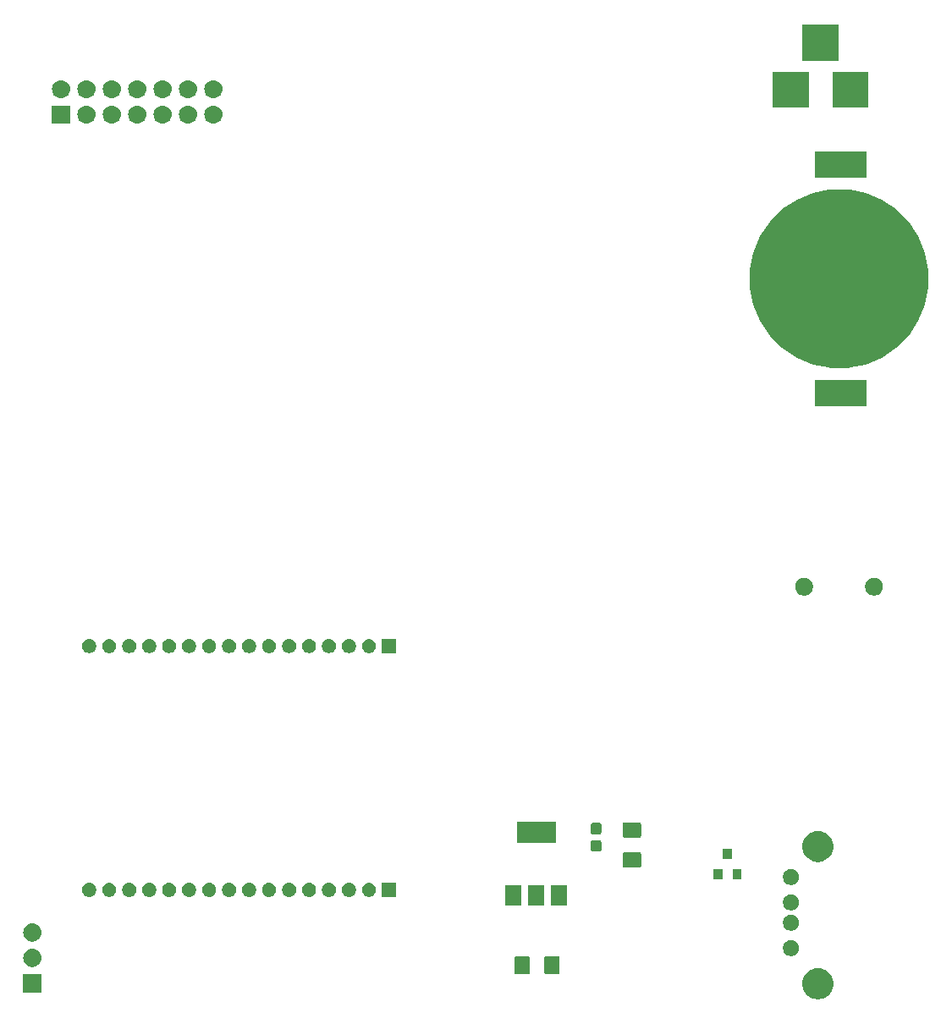
<source format=gbr>
G04 #@! TF.GenerationSoftware,KiCad,Pcbnew,5.1.0-unknown-03bce55~94~ubuntu16.04.1*
G04 #@! TF.CreationDate,2019-06-06T22:48:09-05:00*
G04 #@! TF.ProjectId,Embebidos_2019,456d6265-6269-4646-9f73-5f323031392e,rev?*
G04 #@! TF.SameCoordinates,Original*
G04 #@! TF.FileFunction,Soldermask,Bot*
G04 #@! TF.FilePolarity,Negative*
%FSLAX46Y46*%
G04 Gerber Fmt 4.6, Leading zero omitted, Abs format (unit mm)*
G04 Created by KiCad (PCBNEW 5.1.0-unknown-03bce55~94~ubuntu16.04.1) date 2019-06-06 22:48:09*
%MOMM*%
%LPD*%
G04 APERTURE LIST*
%ADD10C,0.100000*%
G04 APERTURE END LIST*
D10*
G36*
X109120585Y-119995802D02*
G01*
X109270410Y-120025604D01*
X109552674Y-120142521D01*
X109806705Y-120312259D01*
X110022741Y-120528295D01*
X110192479Y-120782326D01*
X110309396Y-121064590D01*
X110369000Y-121364240D01*
X110369000Y-121669760D01*
X110309396Y-121969410D01*
X110192479Y-122251674D01*
X110022741Y-122505705D01*
X109806705Y-122721741D01*
X109552674Y-122891479D01*
X109270410Y-123008396D01*
X109120585Y-123038198D01*
X108970761Y-123068000D01*
X108665239Y-123068000D01*
X108515415Y-123038198D01*
X108365590Y-123008396D01*
X108083326Y-122891479D01*
X107829295Y-122721741D01*
X107613259Y-122505705D01*
X107443521Y-122251674D01*
X107326604Y-121969410D01*
X107267000Y-121669760D01*
X107267000Y-121364240D01*
X107326604Y-121064590D01*
X107443521Y-120782326D01*
X107613259Y-120528295D01*
X107829295Y-120312259D01*
X108083326Y-120142521D01*
X108365590Y-120025604D01*
X108515415Y-119995802D01*
X108665239Y-119966000D01*
X108970761Y-119966000D01*
X109120585Y-119995802D01*
X109120585Y-119995802D01*
G37*
G36*
X31126000Y-122391000D02*
G01*
X29324000Y-122391000D01*
X29324000Y-120589000D01*
X31126000Y-120589000D01*
X31126000Y-122391000D01*
X31126000Y-122391000D01*
G37*
G36*
X82835562Y-118750181D02*
G01*
X82870481Y-118760774D01*
X82902663Y-118777976D01*
X82930873Y-118801127D01*
X82954024Y-118829337D01*
X82971226Y-118861519D01*
X82981819Y-118896438D01*
X82986000Y-118938895D01*
X82986000Y-120405105D01*
X82981819Y-120447562D01*
X82971226Y-120482481D01*
X82954024Y-120514663D01*
X82930873Y-120542873D01*
X82902663Y-120566024D01*
X82870481Y-120583226D01*
X82835562Y-120593819D01*
X82793105Y-120598000D01*
X81651895Y-120598000D01*
X81609438Y-120593819D01*
X81574519Y-120583226D01*
X81542337Y-120566024D01*
X81514127Y-120542873D01*
X81490976Y-120514663D01*
X81473774Y-120482481D01*
X81463181Y-120447562D01*
X81459000Y-120405105D01*
X81459000Y-118938895D01*
X81463181Y-118896438D01*
X81473774Y-118861519D01*
X81490976Y-118829337D01*
X81514127Y-118801127D01*
X81542337Y-118777976D01*
X81574519Y-118760774D01*
X81609438Y-118750181D01*
X81651895Y-118746000D01*
X82793105Y-118746000D01*
X82835562Y-118750181D01*
X82835562Y-118750181D01*
G37*
G36*
X79860562Y-118750181D02*
G01*
X79895481Y-118760774D01*
X79927663Y-118777976D01*
X79955873Y-118801127D01*
X79979024Y-118829337D01*
X79996226Y-118861519D01*
X80006819Y-118896438D01*
X80011000Y-118938895D01*
X80011000Y-120405105D01*
X80006819Y-120447562D01*
X79996226Y-120482481D01*
X79979024Y-120514663D01*
X79955873Y-120542873D01*
X79927663Y-120566024D01*
X79895481Y-120583226D01*
X79860562Y-120593819D01*
X79818105Y-120598000D01*
X78676895Y-120598000D01*
X78634438Y-120593819D01*
X78599519Y-120583226D01*
X78567337Y-120566024D01*
X78539127Y-120542873D01*
X78515976Y-120514663D01*
X78498774Y-120482481D01*
X78488181Y-120447562D01*
X78484000Y-120405105D01*
X78484000Y-118938895D01*
X78488181Y-118896438D01*
X78498774Y-118861519D01*
X78515976Y-118829337D01*
X78539127Y-118801127D01*
X78567337Y-118777976D01*
X78599519Y-118760774D01*
X78634438Y-118750181D01*
X78676895Y-118746000D01*
X79818105Y-118746000D01*
X79860562Y-118750181D01*
X79860562Y-118750181D01*
G37*
G36*
X30335443Y-118055519D02*
G01*
X30401627Y-118062037D01*
X30571466Y-118113557D01*
X30727991Y-118197222D01*
X30763729Y-118226552D01*
X30865186Y-118309814D01*
X30948448Y-118411271D01*
X30977778Y-118447009D01*
X31061443Y-118603534D01*
X31112963Y-118773373D01*
X31130359Y-118950000D01*
X31112963Y-119126627D01*
X31061443Y-119296466D01*
X30977778Y-119452991D01*
X30948448Y-119488729D01*
X30865186Y-119590186D01*
X30763729Y-119673448D01*
X30727991Y-119702778D01*
X30571466Y-119786443D01*
X30401627Y-119837963D01*
X30335442Y-119844482D01*
X30269260Y-119851000D01*
X30180740Y-119851000D01*
X30114558Y-119844482D01*
X30048373Y-119837963D01*
X29878534Y-119786443D01*
X29722009Y-119702778D01*
X29686271Y-119673448D01*
X29584814Y-119590186D01*
X29501552Y-119488729D01*
X29472222Y-119452991D01*
X29388557Y-119296466D01*
X29337037Y-119126627D01*
X29319641Y-118950000D01*
X29337037Y-118773373D01*
X29388557Y-118603534D01*
X29472222Y-118447009D01*
X29501552Y-118411271D01*
X29584814Y-118309814D01*
X29686271Y-118226552D01*
X29722009Y-118197222D01*
X29878534Y-118113557D01*
X30048373Y-118062037D01*
X30114557Y-118055519D01*
X30180740Y-118049000D01*
X30269260Y-118049000D01*
X30335443Y-118055519D01*
X30335443Y-118055519D01*
G37*
G36*
X106381642Y-117186781D02*
G01*
X106525678Y-117246443D01*
X106527416Y-117247163D01*
X106658608Y-117334822D01*
X106770178Y-117446392D01*
X106857837Y-117577584D01*
X106857838Y-117577586D01*
X106918219Y-117723358D01*
X106949000Y-117878107D01*
X106949000Y-118035893D01*
X106918219Y-118190642D01*
X106857838Y-118336414D01*
X106857837Y-118336416D01*
X106770178Y-118467608D01*
X106658608Y-118579178D01*
X106527416Y-118666837D01*
X106527415Y-118666838D01*
X106527414Y-118666838D01*
X106381642Y-118727219D01*
X106226893Y-118758000D01*
X106069107Y-118758000D01*
X105914358Y-118727219D01*
X105768586Y-118666838D01*
X105768585Y-118666838D01*
X105768584Y-118666837D01*
X105637392Y-118579178D01*
X105525822Y-118467608D01*
X105438163Y-118336416D01*
X105438162Y-118336414D01*
X105377781Y-118190642D01*
X105347000Y-118035893D01*
X105347000Y-117878107D01*
X105377781Y-117723358D01*
X105438162Y-117577586D01*
X105438163Y-117577584D01*
X105525822Y-117446392D01*
X105637392Y-117334822D01*
X105768584Y-117247163D01*
X105770322Y-117246443D01*
X105914358Y-117186781D01*
X106069107Y-117156000D01*
X106226893Y-117156000D01*
X106381642Y-117186781D01*
X106381642Y-117186781D01*
G37*
G36*
X30335442Y-115515518D02*
G01*
X30401627Y-115522037D01*
X30571466Y-115573557D01*
X30727991Y-115657222D01*
X30763729Y-115686552D01*
X30865186Y-115769814D01*
X30948448Y-115871271D01*
X30977778Y-115907009D01*
X31061443Y-116063534D01*
X31112963Y-116233373D01*
X31130359Y-116410000D01*
X31112963Y-116586627D01*
X31061443Y-116756466D01*
X30977778Y-116912991D01*
X30948448Y-116948729D01*
X30865186Y-117050186D01*
X30763729Y-117133448D01*
X30727991Y-117162778D01*
X30571466Y-117246443D01*
X30401627Y-117297963D01*
X30335443Y-117304481D01*
X30269260Y-117311000D01*
X30180740Y-117311000D01*
X30114557Y-117304481D01*
X30048373Y-117297963D01*
X29878534Y-117246443D01*
X29722009Y-117162778D01*
X29686271Y-117133448D01*
X29584814Y-117050186D01*
X29501552Y-116948729D01*
X29472222Y-116912991D01*
X29388557Y-116756466D01*
X29337037Y-116586627D01*
X29319641Y-116410000D01*
X29337037Y-116233373D01*
X29388557Y-116063534D01*
X29472222Y-115907009D01*
X29501552Y-115871271D01*
X29584814Y-115769814D01*
X29686271Y-115686552D01*
X29722009Y-115657222D01*
X29878534Y-115573557D01*
X30048373Y-115522037D01*
X30114558Y-115515518D01*
X30180740Y-115509000D01*
X30269260Y-115509000D01*
X30335442Y-115515518D01*
X30335442Y-115515518D01*
G37*
G36*
X106381642Y-114646781D02*
G01*
X106527414Y-114707162D01*
X106527416Y-114707163D01*
X106658608Y-114794822D01*
X106770178Y-114906392D01*
X106857837Y-115037584D01*
X106857838Y-115037586D01*
X106918219Y-115183358D01*
X106949000Y-115338107D01*
X106949000Y-115495893D01*
X106918219Y-115650642D01*
X106857838Y-115796414D01*
X106857837Y-115796416D01*
X106770178Y-115927608D01*
X106658608Y-116039178D01*
X106527416Y-116126837D01*
X106527415Y-116126838D01*
X106527414Y-116126838D01*
X106381642Y-116187219D01*
X106226893Y-116218000D01*
X106069107Y-116218000D01*
X105914358Y-116187219D01*
X105768586Y-116126838D01*
X105768585Y-116126838D01*
X105768584Y-116126837D01*
X105637392Y-116039178D01*
X105525822Y-115927608D01*
X105438163Y-115796416D01*
X105438162Y-115796414D01*
X105377781Y-115650642D01*
X105347000Y-115495893D01*
X105347000Y-115338107D01*
X105377781Y-115183358D01*
X105438162Y-115037586D01*
X105438163Y-115037584D01*
X105525822Y-114906392D01*
X105637392Y-114794822D01*
X105768584Y-114707163D01*
X105768586Y-114707162D01*
X105914358Y-114646781D01*
X106069107Y-114616000D01*
X106226893Y-114616000D01*
X106381642Y-114646781D01*
X106381642Y-114646781D01*
G37*
G36*
X106381642Y-112616781D02*
G01*
X106527414Y-112677162D01*
X106527416Y-112677163D01*
X106658608Y-112764822D01*
X106770178Y-112876392D01*
X106857837Y-113007584D01*
X106857838Y-113007586D01*
X106918219Y-113153358D01*
X106949000Y-113308107D01*
X106949000Y-113465893D01*
X106918219Y-113620642D01*
X106867536Y-113743000D01*
X106857837Y-113766416D01*
X106770178Y-113897608D01*
X106658608Y-114009178D01*
X106527416Y-114096837D01*
X106527415Y-114096838D01*
X106527414Y-114096838D01*
X106381642Y-114157219D01*
X106226893Y-114188000D01*
X106069107Y-114188000D01*
X105914358Y-114157219D01*
X105768586Y-114096838D01*
X105768585Y-114096838D01*
X105768584Y-114096837D01*
X105637392Y-114009178D01*
X105525822Y-113897608D01*
X105438163Y-113766416D01*
X105428464Y-113743000D01*
X105377781Y-113620642D01*
X105347000Y-113465893D01*
X105347000Y-113308107D01*
X105377781Y-113153358D01*
X105438162Y-113007586D01*
X105438163Y-113007584D01*
X105525822Y-112876392D01*
X105637392Y-112764822D01*
X105768584Y-112677163D01*
X105768586Y-112677162D01*
X105914358Y-112616781D01*
X106069107Y-112586000D01*
X106226893Y-112586000D01*
X106381642Y-112616781D01*
X106381642Y-112616781D01*
G37*
G36*
X79156000Y-113743000D02*
G01*
X77554000Y-113743000D01*
X77554000Y-111641000D01*
X79156000Y-111641000D01*
X79156000Y-113743000D01*
X79156000Y-113743000D01*
G37*
G36*
X81456000Y-113743000D02*
G01*
X79854000Y-113743000D01*
X79854000Y-111641000D01*
X81456000Y-111641000D01*
X81456000Y-113743000D01*
X81456000Y-113743000D01*
G37*
G36*
X83756000Y-113743000D02*
G01*
X82154000Y-113743000D01*
X82154000Y-111641000D01*
X83756000Y-111641000D01*
X83756000Y-113743000D01*
X83756000Y-113743000D01*
G37*
G36*
X54124265Y-111451006D02*
G01*
X54188305Y-111477532D01*
X54252346Y-111504059D01*
X54367611Y-111581076D01*
X54465644Y-111679109D01*
X54542661Y-111794374D01*
X54595714Y-111922456D01*
X54622760Y-112058423D01*
X54622760Y-112197057D01*
X54595714Y-112333024D01*
X54542661Y-112461106D01*
X54465644Y-112576371D01*
X54367611Y-112674404D01*
X54252346Y-112751421D01*
X54188305Y-112777948D01*
X54124265Y-112804474D01*
X54056280Y-112817997D01*
X53988297Y-112831520D01*
X53849663Y-112831520D01*
X53781680Y-112817997D01*
X53713695Y-112804474D01*
X53649655Y-112777948D01*
X53585614Y-112751421D01*
X53470349Y-112674404D01*
X53372316Y-112576371D01*
X53295299Y-112461106D01*
X53242246Y-112333024D01*
X53215200Y-112197057D01*
X53215200Y-112058423D01*
X53242246Y-111922456D01*
X53295299Y-111794374D01*
X53372316Y-111679109D01*
X53470349Y-111581076D01*
X53585614Y-111504059D01*
X53649655Y-111477532D01*
X53713695Y-111451006D01*
X53849663Y-111423960D01*
X53988297Y-111423960D01*
X54124265Y-111451006D01*
X54124265Y-111451006D01*
G37*
G36*
X64124245Y-111451006D02*
G01*
X64188285Y-111477532D01*
X64252326Y-111504059D01*
X64367591Y-111581076D01*
X64465624Y-111679109D01*
X64542641Y-111794374D01*
X64595694Y-111922456D01*
X64622740Y-112058423D01*
X64622740Y-112197057D01*
X64595694Y-112333024D01*
X64542641Y-112461106D01*
X64465624Y-112576371D01*
X64367591Y-112674404D01*
X64252326Y-112751421D01*
X64188285Y-112777948D01*
X64124245Y-112804474D01*
X64056260Y-112817997D01*
X63988277Y-112831520D01*
X63849643Y-112831520D01*
X63781660Y-112817997D01*
X63713675Y-112804474D01*
X63649635Y-112777948D01*
X63585594Y-112751421D01*
X63470329Y-112674404D01*
X63372296Y-112576371D01*
X63295279Y-112461106D01*
X63242226Y-112333024D01*
X63215180Y-112197057D01*
X63215180Y-112058423D01*
X63242226Y-111922456D01*
X63295279Y-111794374D01*
X63372296Y-111679109D01*
X63470329Y-111581076D01*
X63585594Y-111504059D01*
X63649635Y-111477532D01*
X63713675Y-111451006D01*
X63849643Y-111423960D01*
X63988277Y-111423960D01*
X64124245Y-111451006D01*
X64124245Y-111451006D01*
G37*
G36*
X60123745Y-111451006D02*
G01*
X60187785Y-111477532D01*
X60251826Y-111504059D01*
X60367091Y-111581076D01*
X60465124Y-111679109D01*
X60542141Y-111794374D01*
X60595194Y-111922456D01*
X60622240Y-112058423D01*
X60622240Y-112197057D01*
X60595194Y-112333024D01*
X60542141Y-112461106D01*
X60465124Y-112576371D01*
X60367091Y-112674404D01*
X60251826Y-112751421D01*
X60187785Y-112777948D01*
X60123745Y-112804474D01*
X60055760Y-112817997D01*
X59987777Y-112831520D01*
X59849143Y-112831520D01*
X59781160Y-112817997D01*
X59713175Y-112804474D01*
X59649135Y-112777948D01*
X59585094Y-112751421D01*
X59469829Y-112674404D01*
X59371796Y-112576371D01*
X59294779Y-112461106D01*
X59241726Y-112333024D01*
X59214680Y-112197057D01*
X59214680Y-112058423D01*
X59241726Y-111922456D01*
X59294779Y-111794374D01*
X59371796Y-111679109D01*
X59469829Y-111581076D01*
X59585094Y-111504059D01*
X59649135Y-111477532D01*
X59713175Y-111451006D01*
X59849143Y-111423960D01*
X59987777Y-111423960D01*
X60123745Y-111451006D01*
X60123745Y-111451006D01*
G37*
G36*
X58124765Y-111451006D02*
G01*
X58188805Y-111477532D01*
X58252846Y-111504059D01*
X58368111Y-111581076D01*
X58466144Y-111679109D01*
X58543161Y-111794374D01*
X58596214Y-111922456D01*
X58623260Y-112058423D01*
X58623260Y-112197057D01*
X58596214Y-112333024D01*
X58543161Y-112461106D01*
X58466144Y-112576371D01*
X58368111Y-112674404D01*
X58252846Y-112751421D01*
X58188805Y-112777948D01*
X58124765Y-112804474D01*
X58056780Y-112817997D01*
X57988797Y-112831520D01*
X57850163Y-112831520D01*
X57782180Y-112817997D01*
X57714195Y-112804474D01*
X57650155Y-112777948D01*
X57586114Y-112751421D01*
X57470849Y-112674404D01*
X57372816Y-112576371D01*
X57295799Y-112461106D01*
X57242746Y-112333024D01*
X57215700Y-112197057D01*
X57215700Y-112058423D01*
X57242746Y-111922456D01*
X57295799Y-111794374D01*
X57372816Y-111679109D01*
X57470849Y-111581076D01*
X57586114Y-111504059D01*
X57650155Y-111477532D01*
X57714195Y-111451006D01*
X57850163Y-111423960D01*
X57988797Y-111423960D01*
X58124765Y-111451006D01*
X58124765Y-111451006D01*
G37*
G36*
X56123245Y-111451006D02*
G01*
X56187285Y-111477532D01*
X56251326Y-111504059D01*
X56366591Y-111581076D01*
X56464624Y-111679109D01*
X56541641Y-111794374D01*
X56594694Y-111922456D01*
X56621740Y-112058423D01*
X56621740Y-112197057D01*
X56594694Y-112333024D01*
X56541641Y-112461106D01*
X56464624Y-112576371D01*
X56366591Y-112674404D01*
X56251326Y-112751421D01*
X56187285Y-112777948D01*
X56123245Y-112804474D01*
X56055260Y-112817997D01*
X55987277Y-112831520D01*
X55848643Y-112831520D01*
X55780660Y-112817997D01*
X55712675Y-112804474D01*
X55648635Y-112777948D01*
X55584594Y-112751421D01*
X55469329Y-112674404D01*
X55371296Y-112576371D01*
X55294279Y-112461106D01*
X55241226Y-112333024D01*
X55214180Y-112197057D01*
X55214180Y-112058423D01*
X55241226Y-111922456D01*
X55294279Y-111794374D01*
X55371296Y-111679109D01*
X55469329Y-111581076D01*
X55584594Y-111504059D01*
X55648635Y-111477532D01*
X55712675Y-111451006D01*
X55848643Y-111423960D01*
X55987277Y-111423960D01*
X56123245Y-111451006D01*
X56123245Y-111451006D01*
G37*
G36*
X52125285Y-111451006D02*
G01*
X52189325Y-111477532D01*
X52253366Y-111504059D01*
X52368631Y-111581076D01*
X52466664Y-111679109D01*
X52543681Y-111794374D01*
X52596734Y-111922456D01*
X52623780Y-112058423D01*
X52623780Y-112197057D01*
X52596734Y-112333024D01*
X52543681Y-112461106D01*
X52466664Y-112576371D01*
X52368631Y-112674404D01*
X52253366Y-112751421D01*
X52189325Y-112777948D01*
X52125285Y-112804474D01*
X52057300Y-112817997D01*
X51989317Y-112831520D01*
X51850683Y-112831520D01*
X51782700Y-112817997D01*
X51714715Y-112804474D01*
X51650675Y-112777948D01*
X51586634Y-112751421D01*
X51471369Y-112674404D01*
X51373336Y-112576371D01*
X51296319Y-112461106D01*
X51243266Y-112333024D01*
X51216220Y-112197057D01*
X51216220Y-112058423D01*
X51243266Y-111922456D01*
X51296319Y-111794374D01*
X51373336Y-111679109D01*
X51471369Y-111581076D01*
X51586634Y-111504059D01*
X51650675Y-111477532D01*
X51714715Y-111451006D01*
X51850683Y-111423960D01*
X51989317Y-111423960D01*
X52125285Y-111451006D01*
X52125285Y-111451006D01*
G37*
G36*
X50126305Y-111451006D02*
G01*
X50190345Y-111477532D01*
X50254386Y-111504059D01*
X50369651Y-111581076D01*
X50467684Y-111679109D01*
X50544701Y-111794374D01*
X50597754Y-111922456D01*
X50624800Y-112058423D01*
X50624800Y-112197057D01*
X50597754Y-112333024D01*
X50544701Y-112461106D01*
X50467684Y-112576371D01*
X50369651Y-112674404D01*
X50254386Y-112751421D01*
X50190345Y-112777948D01*
X50126305Y-112804474D01*
X50058320Y-112817997D01*
X49990337Y-112831520D01*
X49851703Y-112831520D01*
X49783720Y-112817997D01*
X49715735Y-112804474D01*
X49651695Y-112777948D01*
X49587654Y-112751421D01*
X49472389Y-112674404D01*
X49374356Y-112576371D01*
X49297339Y-112461106D01*
X49244286Y-112333024D01*
X49217240Y-112197057D01*
X49217240Y-112058423D01*
X49244286Y-111922456D01*
X49297339Y-111794374D01*
X49374356Y-111679109D01*
X49472389Y-111581076D01*
X49587654Y-111504059D01*
X49651695Y-111477532D01*
X49715735Y-111451006D01*
X49851703Y-111423960D01*
X49990337Y-111423960D01*
X50126305Y-111451006D01*
X50126305Y-111451006D01*
G37*
G36*
X48127325Y-111451006D02*
G01*
X48191365Y-111477532D01*
X48255406Y-111504059D01*
X48370671Y-111581076D01*
X48468704Y-111679109D01*
X48545721Y-111794374D01*
X48598774Y-111922456D01*
X48625820Y-112058423D01*
X48625820Y-112197057D01*
X48598774Y-112333024D01*
X48545721Y-112461106D01*
X48468704Y-112576371D01*
X48370671Y-112674404D01*
X48255406Y-112751421D01*
X48191365Y-112777948D01*
X48127325Y-112804474D01*
X48059340Y-112817997D01*
X47991357Y-112831520D01*
X47852723Y-112831520D01*
X47784740Y-112817997D01*
X47716755Y-112804474D01*
X47652715Y-112777948D01*
X47588674Y-112751421D01*
X47473409Y-112674404D01*
X47375376Y-112576371D01*
X47298359Y-112461106D01*
X47245306Y-112333024D01*
X47218260Y-112197057D01*
X47218260Y-112058423D01*
X47245306Y-111922456D01*
X47298359Y-111794374D01*
X47375376Y-111679109D01*
X47473409Y-111581076D01*
X47588674Y-111504059D01*
X47652715Y-111477532D01*
X47716755Y-111451006D01*
X47852723Y-111423960D01*
X47991357Y-111423960D01*
X48127325Y-111451006D01*
X48127325Y-111451006D01*
G37*
G36*
X44126825Y-111451006D02*
G01*
X44190865Y-111477532D01*
X44254906Y-111504059D01*
X44370171Y-111581076D01*
X44468204Y-111679109D01*
X44545221Y-111794374D01*
X44598274Y-111922456D01*
X44625320Y-112058423D01*
X44625320Y-112197057D01*
X44598274Y-112333024D01*
X44545221Y-112461106D01*
X44468204Y-112576371D01*
X44370171Y-112674404D01*
X44254906Y-112751421D01*
X44190865Y-112777948D01*
X44126825Y-112804474D01*
X44058840Y-112817997D01*
X43990857Y-112831520D01*
X43852223Y-112831520D01*
X43784240Y-112817997D01*
X43716255Y-112804474D01*
X43652215Y-112777948D01*
X43588174Y-112751421D01*
X43472909Y-112674404D01*
X43374876Y-112576371D01*
X43297859Y-112461106D01*
X43244806Y-112333024D01*
X43217760Y-112197057D01*
X43217760Y-112058423D01*
X43244806Y-111922456D01*
X43297859Y-111794374D01*
X43374876Y-111679109D01*
X43472909Y-111581076D01*
X43588174Y-111504059D01*
X43652215Y-111477532D01*
X43716255Y-111451006D01*
X43852223Y-111423960D01*
X43990857Y-111423960D01*
X44126825Y-111451006D01*
X44126825Y-111451006D01*
G37*
G36*
X42125305Y-111451006D02*
G01*
X42189345Y-111477532D01*
X42253386Y-111504059D01*
X42368651Y-111581076D01*
X42466684Y-111679109D01*
X42543701Y-111794374D01*
X42596754Y-111922456D01*
X42623800Y-112058423D01*
X42623800Y-112197057D01*
X42596754Y-112333024D01*
X42543701Y-112461106D01*
X42466684Y-112576371D01*
X42368651Y-112674404D01*
X42253386Y-112751421D01*
X42189345Y-112777948D01*
X42125305Y-112804474D01*
X42057320Y-112817997D01*
X41989337Y-112831520D01*
X41850703Y-112831520D01*
X41782720Y-112817997D01*
X41714735Y-112804474D01*
X41650695Y-112777948D01*
X41586654Y-112751421D01*
X41471389Y-112674404D01*
X41373356Y-112576371D01*
X41296339Y-112461106D01*
X41243286Y-112333024D01*
X41216240Y-112197057D01*
X41216240Y-112058423D01*
X41243286Y-111922456D01*
X41296339Y-111794374D01*
X41373356Y-111679109D01*
X41471389Y-111581076D01*
X41586654Y-111504059D01*
X41650695Y-111477532D01*
X41714735Y-111451006D01*
X41850703Y-111423960D01*
X41989337Y-111423960D01*
X42125305Y-111451006D01*
X42125305Y-111451006D01*
G37*
G36*
X66621720Y-112831520D02*
G01*
X65214160Y-112831520D01*
X65214160Y-111423960D01*
X66621720Y-111423960D01*
X66621720Y-112831520D01*
X66621720Y-112831520D01*
G37*
G36*
X40126325Y-111451006D02*
G01*
X40190365Y-111477532D01*
X40254406Y-111504059D01*
X40369671Y-111581076D01*
X40467704Y-111679109D01*
X40544721Y-111794374D01*
X40597774Y-111922456D01*
X40624820Y-112058423D01*
X40624820Y-112197057D01*
X40597774Y-112333024D01*
X40544721Y-112461106D01*
X40467704Y-112576371D01*
X40369671Y-112674404D01*
X40254406Y-112751421D01*
X40190365Y-112777948D01*
X40126325Y-112804474D01*
X40058340Y-112817997D01*
X39990357Y-112831520D01*
X39851723Y-112831520D01*
X39783740Y-112817997D01*
X39715755Y-112804474D01*
X39651715Y-112777948D01*
X39587674Y-112751421D01*
X39472409Y-112674404D01*
X39374376Y-112576371D01*
X39297359Y-112461106D01*
X39244306Y-112333024D01*
X39217260Y-112197057D01*
X39217260Y-112058423D01*
X39244306Y-111922456D01*
X39297359Y-111794374D01*
X39374376Y-111679109D01*
X39472409Y-111581076D01*
X39587674Y-111504059D01*
X39651715Y-111477532D01*
X39715755Y-111451006D01*
X39851723Y-111423960D01*
X39990357Y-111423960D01*
X40126325Y-111451006D01*
X40126325Y-111451006D01*
G37*
G36*
X38127345Y-111451006D02*
G01*
X38191385Y-111477532D01*
X38255426Y-111504059D01*
X38370691Y-111581076D01*
X38468724Y-111679109D01*
X38545741Y-111794374D01*
X38598794Y-111922456D01*
X38625840Y-112058423D01*
X38625840Y-112197057D01*
X38598794Y-112333024D01*
X38545741Y-112461106D01*
X38468724Y-112576371D01*
X38370691Y-112674404D01*
X38255426Y-112751421D01*
X38191385Y-112777948D01*
X38127345Y-112804474D01*
X38059360Y-112817997D01*
X37991377Y-112831520D01*
X37852743Y-112831520D01*
X37784760Y-112817997D01*
X37716775Y-112804474D01*
X37652735Y-112777948D01*
X37588694Y-112751421D01*
X37473429Y-112674404D01*
X37375396Y-112576371D01*
X37298379Y-112461106D01*
X37245326Y-112333024D01*
X37218280Y-112197057D01*
X37218280Y-112058423D01*
X37245326Y-111922456D01*
X37298379Y-111794374D01*
X37375396Y-111679109D01*
X37473429Y-111581076D01*
X37588694Y-111504059D01*
X37652735Y-111477532D01*
X37716775Y-111451006D01*
X37852743Y-111423960D01*
X37991377Y-111423960D01*
X38127345Y-111451006D01*
X38127345Y-111451006D01*
G37*
G36*
X36125825Y-111451006D02*
G01*
X36189865Y-111477532D01*
X36253906Y-111504059D01*
X36369171Y-111581076D01*
X36467204Y-111679109D01*
X36544221Y-111794374D01*
X36597274Y-111922456D01*
X36624320Y-112058423D01*
X36624320Y-112197057D01*
X36597274Y-112333024D01*
X36544221Y-112461106D01*
X36467204Y-112576371D01*
X36369171Y-112674404D01*
X36253906Y-112751421D01*
X36189865Y-112777948D01*
X36125825Y-112804474D01*
X36057840Y-112817997D01*
X35989857Y-112831520D01*
X35851223Y-112831520D01*
X35783240Y-112817997D01*
X35715255Y-112804474D01*
X35651215Y-112777948D01*
X35587174Y-112751421D01*
X35471909Y-112674404D01*
X35373876Y-112576371D01*
X35296859Y-112461106D01*
X35243806Y-112333024D01*
X35216760Y-112197057D01*
X35216760Y-112058423D01*
X35243806Y-111922456D01*
X35296859Y-111794374D01*
X35373876Y-111679109D01*
X35471909Y-111581076D01*
X35587174Y-111504059D01*
X35651215Y-111477532D01*
X35715255Y-111451006D01*
X35851223Y-111423960D01*
X35989857Y-111423960D01*
X36125825Y-111451006D01*
X36125825Y-111451006D01*
G37*
G36*
X62125265Y-111451006D02*
G01*
X62189305Y-111477532D01*
X62253346Y-111504059D01*
X62368611Y-111581076D01*
X62466644Y-111679109D01*
X62543661Y-111794374D01*
X62596714Y-111922456D01*
X62623760Y-112058423D01*
X62623760Y-112197057D01*
X62596714Y-112333024D01*
X62543661Y-112461106D01*
X62466644Y-112576371D01*
X62368611Y-112674404D01*
X62253346Y-112751421D01*
X62189305Y-112777948D01*
X62125265Y-112804474D01*
X62057280Y-112817997D01*
X61989297Y-112831520D01*
X61850663Y-112831520D01*
X61782680Y-112817997D01*
X61714695Y-112804474D01*
X61650655Y-112777948D01*
X61586614Y-112751421D01*
X61471349Y-112674404D01*
X61373316Y-112576371D01*
X61296299Y-112461106D01*
X61243246Y-112333024D01*
X61216200Y-112197057D01*
X61216200Y-112058423D01*
X61243246Y-111922456D01*
X61296299Y-111794374D01*
X61373316Y-111679109D01*
X61471349Y-111581076D01*
X61586614Y-111504059D01*
X61650655Y-111477532D01*
X61714695Y-111451006D01*
X61850663Y-111423960D01*
X61989297Y-111423960D01*
X62125265Y-111451006D01*
X62125265Y-111451006D01*
G37*
G36*
X46125805Y-111451006D02*
G01*
X46189845Y-111477532D01*
X46253886Y-111504059D01*
X46369151Y-111581076D01*
X46467184Y-111679109D01*
X46544201Y-111794374D01*
X46597254Y-111922456D01*
X46624300Y-112058423D01*
X46624300Y-112197057D01*
X46597254Y-112333024D01*
X46544201Y-112461106D01*
X46467184Y-112576371D01*
X46369151Y-112674404D01*
X46253886Y-112751421D01*
X46189845Y-112777948D01*
X46125805Y-112804474D01*
X46057820Y-112817997D01*
X45989837Y-112831520D01*
X45851203Y-112831520D01*
X45783220Y-112817997D01*
X45715235Y-112804474D01*
X45651195Y-112777948D01*
X45587154Y-112751421D01*
X45471889Y-112674404D01*
X45373856Y-112576371D01*
X45296839Y-112461106D01*
X45243786Y-112333024D01*
X45216740Y-112197057D01*
X45216740Y-112058423D01*
X45243786Y-111922456D01*
X45296839Y-111794374D01*
X45373856Y-111679109D01*
X45471889Y-111581076D01*
X45587154Y-111504059D01*
X45651195Y-111477532D01*
X45715235Y-111451006D01*
X45851203Y-111423960D01*
X45989837Y-111423960D01*
X46125805Y-111451006D01*
X46125805Y-111451006D01*
G37*
G36*
X106381642Y-110076781D02*
G01*
X106527414Y-110137162D01*
X106527416Y-110137163D01*
X106658608Y-110224822D01*
X106770178Y-110336392D01*
X106857837Y-110467584D01*
X106857838Y-110467586D01*
X106918219Y-110613358D01*
X106949000Y-110768107D01*
X106949000Y-110925893D01*
X106918219Y-111080642D01*
X106857838Y-111226414D01*
X106857837Y-111226416D01*
X106770178Y-111357608D01*
X106658608Y-111469178D01*
X106527416Y-111556837D01*
X106527415Y-111556838D01*
X106527414Y-111556838D01*
X106381642Y-111617219D01*
X106226893Y-111648000D01*
X106069107Y-111648000D01*
X105914358Y-111617219D01*
X105768586Y-111556838D01*
X105768585Y-111556838D01*
X105768584Y-111556837D01*
X105637392Y-111469178D01*
X105525822Y-111357608D01*
X105438163Y-111226416D01*
X105438162Y-111226414D01*
X105377781Y-111080642D01*
X105347000Y-110925893D01*
X105347000Y-110768107D01*
X105377781Y-110613358D01*
X105438162Y-110467586D01*
X105438163Y-110467584D01*
X105525822Y-110336392D01*
X105637392Y-110224822D01*
X105768584Y-110137163D01*
X105768586Y-110137162D01*
X105914358Y-110076781D01*
X106069107Y-110046000D01*
X106226893Y-110046000D01*
X106381642Y-110076781D01*
X106381642Y-110076781D01*
G37*
G36*
X101199000Y-111076000D02*
G01*
X100297000Y-111076000D01*
X100297000Y-110074000D01*
X101199000Y-110074000D01*
X101199000Y-111076000D01*
X101199000Y-111076000D01*
G37*
G36*
X99299000Y-111076000D02*
G01*
X98397000Y-111076000D01*
X98397000Y-110074000D01*
X99299000Y-110074000D01*
X99299000Y-111076000D01*
X99299000Y-111076000D01*
G37*
G36*
X91000562Y-108370181D02*
G01*
X91035481Y-108380774D01*
X91067663Y-108397976D01*
X91095873Y-108421127D01*
X91119024Y-108449337D01*
X91136226Y-108481519D01*
X91146819Y-108516438D01*
X91151000Y-108558895D01*
X91151000Y-109700105D01*
X91146819Y-109742562D01*
X91136226Y-109777481D01*
X91119024Y-109809663D01*
X91095873Y-109837873D01*
X91067663Y-109861024D01*
X91035481Y-109878226D01*
X91000562Y-109888819D01*
X90958105Y-109893000D01*
X89491895Y-109893000D01*
X89449438Y-109888819D01*
X89414519Y-109878226D01*
X89382337Y-109861024D01*
X89354127Y-109837873D01*
X89330976Y-109809663D01*
X89313774Y-109777481D01*
X89303181Y-109742562D01*
X89299000Y-109700105D01*
X89299000Y-108558895D01*
X89303181Y-108516438D01*
X89313774Y-108481519D01*
X89330976Y-108449337D01*
X89354127Y-108421127D01*
X89382337Y-108397976D01*
X89414519Y-108380774D01*
X89449438Y-108370181D01*
X89491895Y-108366000D01*
X90958105Y-108366000D01*
X91000562Y-108370181D01*
X91000562Y-108370181D01*
G37*
G36*
X109120585Y-106275802D02*
G01*
X109270410Y-106305604D01*
X109552674Y-106422521D01*
X109806705Y-106592259D01*
X110022741Y-106808295D01*
X110192479Y-107062326D01*
X110309396Y-107344590D01*
X110369000Y-107644240D01*
X110369000Y-107949760D01*
X110309396Y-108249410D01*
X110192479Y-108531674D01*
X110022741Y-108785705D01*
X109806705Y-109001741D01*
X109552674Y-109171479D01*
X109270410Y-109288396D01*
X109120585Y-109318198D01*
X108970761Y-109348000D01*
X108665239Y-109348000D01*
X108515415Y-109318198D01*
X108365590Y-109288396D01*
X108083326Y-109171479D01*
X107829295Y-109001741D01*
X107613259Y-108785705D01*
X107443521Y-108531674D01*
X107326604Y-108249410D01*
X107267000Y-107949760D01*
X107267000Y-107644240D01*
X107326604Y-107344590D01*
X107443521Y-107062326D01*
X107613259Y-106808295D01*
X107829295Y-106592259D01*
X108083326Y-106422521D01*
X108365590Y-106305604D01*
X108515415Y-106275802D01*
X108665239Y-106246000D01*
X108970761Y-106246000D01*
X109120585Y-106275802D01*
X109120585Y-106275802D01*
G37*
G36*
X100249000Y-109076000D02*
G01*
X99347000Y-109076000D01*
X99347000Y-108074000D01*
X100249000Y-108074000D01*
X100249000Y-109076000D01*
X100249000Y-109076000D01*
G37*
G36*
X87009499Y-107175445D02*
G01*
X87046995Y-107186820D01*
X87081554Y-107205292D01*
X87111847Y-107230153D01*
X87136708Y-107260446D01*
X87155180Y-107295005D01*
X87166555Y-107332501D01*
X87171000Y-107377638D01*
X87171000Y-108116362D01*
X87166555Y-108161499D01*
X87155180Y-108198995D01*
X87136708Y-108233554D01*
X87111847Y-108263847D01*
X87081554Y-108288708D01*
X87046995Y-108307180D01*
X87009499Y-108318555D01*
X86964362Y-108323000D01*
X86325638Y-108323000D01*
X86280501Y-108318555D01*
X86243005Y-108307180D01*
X86208446Y-108288708D01*
X86178153Y-108263847D01*
X86153292Y-108233554D01*
X86134820Y-108198995D01*
X86123445Y-108161499D01*
X86119000Y-108116362D01*
X86119000Y-107377638D01*
X86123445Y-107332501D01*
X86134820Y-107295005D01*
X86153292Y-107260446D01*
X86178153Y-107230153D01*
X86208446Y-107205292D01*
X86243005Y-107186820D01*
X86280501Y-107175445D01*
X86325638Y-107171000D01*
X86964362Y-107171000D01*
X87009499Y-107175445D01*
X87009499Y-107175445D01*
G37*
G36*
X82606000Y-107443000D02*
G01*
X78704000Y-107443000D01*
X78704000Y-105341000D01*
X82606000Y-105341000D01*
X82606000Y-107443000D01*
X82606000Y-107443000D01*
G37*
G36*
X91000562Y-105395181D02*
G01*
X91035481Y-105405774D01*
X91067663Y-105422976D01*
X91095873Y-105446127D01*
X91119024Y-105474337D01*
X91136226Y-105506519D01*
X91146819Y-105541438D01*
X91151000Y-105583895D01*
X91151000Y-106725105D01*
X91146819Y-106767562D01*
X91136226Y-106802481D01*
X91119024Y-106834663D01*
X91095873Y-106862873D01*
X91067663Y-106886024D01*
X91035481Y-106903226D01*
X91000562Y-106913819D01*
X90958105Y-106918000D01*
X89491895Y-106918000D01*
X89449438Y-106913819D01*
X89414519Y-106903226D01*
X89382337Y-106886024D01*
X89354127Y-106862873D01*
X89330976Y-106834663D01*
X89313774Y-106802481D01*
X89303181Y-106767562D01*
X89299000Y-106725105D01*
X89299000Y-105583895D01*
X89303181Y-105541438D01*
X89313774Y-105506519D01*
X89330976Y-105474337D01*
X89354127Y-105446127D01*
X89382337Y-105422976D01*
X89414519Y-105405774D01*
X89449438Y-105395181D01*
X89491895Y-105391000D01*
X90958105Y-105391000D01*
X91000562Y-105395181D01*
X91000562Y-105395181D01*
G37*
G36*
X87009499Y-105425445D02*
G01*
X87046995Y-105436820D01*
X87081554Y-105455292D01*
X87111847Y-105480153D01*
X87136708Y-105510446D01*
X87155180Y-105545005D01*
X87166555Y-105582501D01*
X87171000Y-105627638D01*
X87171000Y-106366362D01*
X87166555Y-106411499D01*
X87155180Y-106448995D01*
X87136708Y-106483554D01*
X87111847Y-106513847D01*
X87081554Y-106538708D01*
X87046995Y-106557180D01*
X87009499Y-106568555D01*
X86964362Y-106573000D01*
X86325638Y-106573000D01*
X86280501Y-106568555D01*
X86243005Y-106557180D01*
X86208446Y-106538708D01*
X86178153Y-106513847D01*
X86153292Y-106483554D01*
X86134820Y-106448995D01*
X86123445Y-106411499D01*
X86119000Y-106366362D01*
X86119000Y-105627638D01*
X86123445Y-105582501D01*
X86134820Y-105545005D01*
X86153292Y-105510446D01*
X86178153Y-105480153D01*
X86208446Y-105455292D01*
X86243005Y-105436820D01*
X86280501Y-105425445D01*
X86325638Y-105421000D01*
X86964362Y-105421000D01*
X87009499Y-105425445D01*
X87009499Y-105425445D01*
G37*
G36*
X62125265Y-87054306D02*
G01*
X62189305Y-87080833D01*
X62253346Y-87107359D01*
X62368611Y-87184376D01*
X62466644Y-87282409D01*
X62543661Y-87397674D01*
X62596714Y-87525756D01*
X62623760Y-87661723D01*
X62623760Y-87800357D01*
X62596714Y-87936324D01*
X62543661Y-88064406D01*
X62466644Y-88179671D01*
X62368611Y-88277704D01*
X62253346Y-88354721D01*
X62189305Y-88381248D01*
X62125265Y-88407774D01*
X62057280Y-88421297D01*
X61989297Y-88434820D01*
X61850663Y-88434820D01*
X61782680Y-88421297D01*
X61714695Y-88407774D01*
X61650655Y-88381248D01*
X61586614Y-88354721D01*
X61471349Y-88277704D01*
X61373316Y-88179671D01*
X61296299Y-88064406D01*
X61243246Y-87936324D01*
X61216200Y-87800357D01*
X61216200Y-87661723D01*
X61243246Y-87525756D01*
X61296299Y-87397674D01*
X61373316Y-87282409D01*
X61471349Y-87184376D01*
X61586614Y-87107359D01*
X61650655Y-87080833D01*
X61714695Y-87054306D01*
X61850663Y-87027260D01*
X61989297Y-87027260D01*
X62125265Y-87054306D01*
X62125265Y-87054306D01*
G37*
G36*
X66621720Y-88434820D02*
G01*
X65214160Y-88434820D01*
X65214160Y-87027260D01*
X66621720Y-87027260D01*
X66621720Y-88434820D01*
X66621720Y-88434820D01*
G37*
G36*
X64124245Y-87054306D02*
G01*
X64188285Y-87080833D01*
X64252326Y-87107359D01*
X64367591Y-87184376D01*
X64465624Y-87282409D01*
X64542641Y-87397674D01*
X64595694Y-87525756D01*
X64622740Y-87661723D01*
X64622740Y-87800357D01*
X64595694Y-87936324D01*
X64542641Y-88064406D01*
X64465624Y-88179671D01*
X64367591Y-88277704D01*
X64252326Y-88354721D01*
X64188285Y-88381248D01*
X64124245Y-88407774D01*
X64056260Y-88421297D01*
X63988277Y-88434820D01*
X63849643Y-88434820D01*
X63781660Y-88421297D01*
X63713675Y-88407774D01*
X63649635Y-88381248D01*
X63585594Y-88354721D01*
X63470329Y-88277704D01*
X63372296Y-88179671D01*
X63295279Y-88064406D01*
X63242226Y-87936324D01*
X63215180Y-87800357D01*
X63215180Y-87661723D01*
X63242226Y-87525756D01*
X63295279Y-87397674D01*
X63372296Y-87282409D01*
X63470329Y-87184376D01*
X63585594Y-87107359D01*
X63649635Y-87080833D01*
X63713675Y-87054306D01*
X63849643Y-87027260D01*
X63988277Y-87027260D01*
X64124245Y-87054306D01*
X64124245Y-87054306D01*
G37*
G36*
X60123745Y-87054306D02*
G01*
X60187785Y-87080833D01*
X60251826Y-87107359D01*
X60367091Y-87184376D01*
X60465124Y-87282409D01*
X60542141Y-87397674D01*
X60595194Y-87525756D01*
X60622240Y-87661723D01*
X60622240Y-87800357D01*
X60595194Y-87936324D01*
X60542141Y-88064406D01*
X60465124Y-88179671D01*
X60367091Y-88277704D01*
X60251826Y-88354721D01*
X60187785Y-88381248D01*
X60123745Y-88407774D01*
X60055760Y-88421297D01*
X59987777Y-88434820D01*
X59849143Y-88434820D01*
X59781160Y-88421297D01*
X59713175Y-88407774D01*
X59649135Y-88381248D01*
X59585094Y-88354721D01*
X59469829Y-88277704D01*
X59371796Y-88179671D01*
X59294779Y-88064406D01*
X59241726Y-87936324D01*
X59214680Y-87800357D01*
X59214680Y-87661723D01*
X59241726Y-87525756D01*
X59294779Y-87397674D01*
X59371796Y-87282409D01*
X59469829Y-87184376D01*
X59585094Y-87107359D01*
X59649135Y-87080833D01*
X59713175Y-87054306D01*
X59849143Y-87027260D01*
X59987777Y-87027260D01*
X60123745Y-87054306D01*
X60123745Y-87054306D01*
G37*
G36*
X58124765Y-87054306D02*
G01*
X58188805Y-87080833D01*
X58252846Y-87107359D01*
X58368111Y-87184376D01*
X58466144Y-87282409D01*
X58543161Y-87397674D01*
X58596214Y-87525756D01*
X58623260Y-87661723D01*
X58623260Y-87800357D01*
X58596214Y-87936324D01*
X58543161Y-88064406D01*
X58466144Y-88179671D01*
X58368111Y-88277704D01*
X58252846Y-88354721D01*
X58188805Y-88381248D01*
X58124765Y-88407774D01*
X58056780Y-88421297D01*
X57988797Y-88434820D01*
X57850163Y-88434820D01*
X57782180Y-88421297D01*
X57714195Y-88407774D01*
X57650155Y-88381248D01*
X57586114Y-88354721D01*
X57470849Y-88277704D01*
X57372816Y-88179671D01*
X57295799Y-88064406D01*
X57242746Y-87936324D01*
X57215700Y-87800357D01*
X57215700Y-87661723D01*
X57242746Y-87525756D01*
X57295799Y-87397674D01*
X57372816Y-87282409D01*
X57470849Y-87184376D01*
X57586114Y-87107359D01*
X57650155Y-87080833D01*
X57714195Y-87054306D01*
X57850163Y-87027260D01*
X57988797Y-87027260D01*
X58124765Y-87054306D01*
X58124765Y-87054306D01*
G37*
G36*
X56123245Y-87054306D02*
G01*
X56187285Y-87080833D01*
X56251326Y-87107359D01*
X56366591Y-87184376D01*
X56464624Y-87282409D01*
X56541641Y-87397674D01*
X56594694Y-87525756D01*
X56621740Y-87661723D01*
X56621740Y-87800357D01*
X56594694Y-87936324D01*
X56541641Y-88064406D01*
X56464624Y-88179671D01*
X56366591Y-88277704D01*
X56251326Y-88354721D01*
X56187285Y-88381248D01*
X56123245Y-88407774D01*
X56055260Y-88421297D01*
X55987277Y-88434820D01*
X55848643Y-88434820D01*
X55780660Y-88421297D01*
X55712675Y-88407774D01*
X55648635Y-88381248D01*
X55584594Y-88354721D01*
X55469329Y-88277704D01*
X55371296Y-88179671D01*
X55294279Y-88064406D01*
X55241226Y-87936324D01*
X55214180Y-87800357D01*
X55214180Y-87661723D01*
X55241226Y-87525756D01*
X55294279Y-87397674D01*
X55371296Y-87282409D01*
X55469329Y-87184376D01*
X55584594Y-87107359D01*
X55648635Y-87080833D01*
X55712675Y-87054306D01*
X55848643Y-87027260D01*
X55987277Y-87027260D01*
X56123245Y-87054306D01*
X56123245Y-87054306D01*
G37*
G36*
X54124265Y-87054306D02*
G01*
X54188305Y-87080833D01*
X54252346Y-87107359D01*
X54367611Y-87184376D01*
X54465644Y-87282409D01*
X54542661Y-87397674D01*
X54595714Y-87525756D01*
X54622760Y-87661723D01*
X54622760Y-87800357D01*
X54595714Y-87936324D01*
X54542661Y-88064406D01*
X54465644Y-88179671D01*
X54367611Y-88277704D01*
X54252346Y-88354721D01*
X54188305Y-88381248D01*
X54124265Y-88407774D01*
X54056280Y-88421297D01*
X53988297Y-88434820D01*
X53849663Y-88434820D01*
X53781680Y-88421297D01*
X53713695Y-88407774D01*
X53649655Y-88381248D01*
X53585614Y-88354721D01*
X53470349Y-88277704D01*
X53372316Y-88179671D01*
X53295299Y-88064406D01*
X53242246Y-87936324D01*
X53215200Y-87800357D01*
X53215200Y-87661723D01*
X53242246Y-87525756D01*
X53295299Y-87397674D01*
X53372316Y-87282409D01*
X53470349Y-87184376D01*
X53585614Y-87107359D01*
X53649655Y-87080833D01*
X53713695Y-87054306D01*
X53849663Y-87027260D01*
X53988297Y-87027260D01*
X54124265Y-87054306D01*
X54124265Y-87054306D01*
G37*
G36*
X52125285Y-87054306D02*
G01*
X52189325Y-87080833D01*
X52253366Y-87107359D01*
X52368631Y-87184376D01*
X52466664Y-87282409D01*
X52543681Y-87397674D01*
X52596734Y-87525756D01*
X52623780Y-87661723D01*
X52623780Y-87800357D01*
X52596734Y-87936324D01*
X52543681Y-88064406D01*
X52466664Y-88179671D01*
X52368631Y-88277704D01*
X52253366Y-88354721D01*
X52189325Y-88381248D01*
X52125285Y-88407774D01*
X52057300Y-88421297D01*
X51989317Y-88434820D01*
X51850683Y-88434820D01*
X51782700Y-88421297D01*
X51714715Y-88407774D01*
X51650675Y-88381248D01*
X51586634Y-88354721D01*
X51471369Y-88277704D01*
X51373336Y-88179671D01*
X51296319Y-88064406D01*
X51243266Y-87936324D01*
X51216220Y-87800357D01*
X51216220Y-87661723D01*
X51243266Y-87525756D01*
X51296319Y-87397674D01*
X51373336Y-87282409D01*
X51471369Y-87184376D01*
X51586634Y-87107359D01*
X51650675Y-87080833D01*
X51714715Y-87054306D01*
X51850683Y-87027260D01*
X51989317Y-87027260D01*
X52125285Y-87054306D01*
X52125285Y-87054306D01*
G37*
G36*
X48127325Y-87054306D02*
G01*
X48191365Y-87080833D01*
X48255406Y-87107359D01*
X48370671Y-87184376D01*
X48468704Y-87282409D01*
X48545721Y-87397674D01*
X48598774Y-87525756D01*
X48625820Y-87661723D01*
X48625820Y-87800357D01*
X48598774Y-87936324D01*
X48545721Y-88064406D01*
X48468704Y-88179671D01*
X48370671Y-88277704D01*
X48255406Y-88354721D01*
X48191365Y-88381248D01*
X48127325Y-88407774D01*
X48059340Y-88421297D01*
X47991357Y-88434820D01*
X47852723Y-88434820D01*
X47784740Y-88421297D01*
X47716755Y-88407774D01*
X47652715Y-88381248D01*
X47588674Y-88354721D01*
X47473409Y-88277704D01*
X47375376Y-88179671D01*
X47298359Y-88064406D01*
X47245306Y-87936324D01*
X47218260Y-87800357D01*
X47218260Y-87661723D01*
X47245306Y-87525756D01*
X47298359Y-87397674D01*
X47375376Y-87282409D01*
X47473409Y-87184376D01*
X47588674Y-87107359D01*
X47652715Y-87080833D01*
X47716755Y-87054306D01*
X47852723Y-87027260D01*
X47991357Y-87027260D01*
X48127325Y-87054306D01*
X48127325Y-87054306D01*
G37*
G36*
X46125805Y-87054306D02*
G01*
X46189845Y-87080833D01*
X46253886Y-87107359D01*
X46369151Y-87184376D01*
X46467184Y-87282409D01*
X46544201Y-87397674D01*
X46597254Y-87525756D01*
X46624300Y-87661723D01*
X46624300Y-87800357D01*
X46597254Y-87936324D01*
X46544201Y-88064406D01*
X46467184Y-88179671D01*
X46369151Y-88277704D01*
X46253886Y-88354721D01*
X46189845Y-88381248D01*
X46125805Y-88407774D01*
X46057820Y-88421297D01*
X45989837Y-88434820D01*
X45851203Y-88434820D01*
X45783220Y-88421297D01*
X45715235Y-88407774D01*
X45651195Y-88381248D01*
X45587154Y-88354721D01*
X45471889Y-88277704D01*
X45373856Y-88179671D01*
X45296839Y-88064406D01*
X45243786Y-87936324D01*
X45216740Y-87800357D01*
X45216740Y-87661723D01*
X45243786Y-87525756D01*
X45296839Y-87397674D01*
X45373856Y-87282409D01*
X45471889Y-87184376D01*
X45587154Y-87107359D01*
X45651195Y-87080833D01*
X45715235Y-87054306D01*
X45851203Y-87027260D01*
X45989837Y-87027260D01*
X46125805Y-87054306D01*
X46125805Y-87054306D01*
G37*
G36*
X44126825Y-87054306D02*
G01*
X44190865Y-87080833D01*
X44254906Y-87107359D01*
X44370171Y-87184376D01*
X44468204Y-87282409D01*
X44545221Y-87397674D01*
X44598274Y-87525756D01*
X44625320Y-87661723D01*
X44625320Y-87800357D01*
X44598274Y-87936324D01*
X44545221Y-88064406D01*
X44468204Y-88179671D01*
X44370171Y-88277704D01*
X44254906Y-88354721D01*
X44190865Y-88381248D01*
X44126825Y-88407774D01*
X44058840Y-88421297D01*
X43990857Y-88434820D01*
X43852223Y-88434820D01*
X43784240Y-88421297D01*
X43716255Y-88407774D01*
X43652215Y-88381248D01*
X43588174Y-88354721D01*
X43472909Y-88277704D01*
X43374876Y-88179671D01*
X43297859Y-88064406D01*
X43244806Y-87936324D01*
X43217760Y-87800357D01*
X43217760Y-87661723D01*
X43244806Y-87525756D01*
X43297859Y-87397674D01*
X43374876Y-87282409D01*
X43472909Y-87184376D01*
X43588174Y-87107359D01*
X43652215Y-87080833D01*
X43716255Y-87054306D01*
X43852223Y-87027260D01*
X43990857Y-87027260D01*
X44126825Y-87054306D01*
X44126825Y-87054306D01*
G37*
G36*
X42125305Y-87054306D02*
G01*
X42189345Y-87080833D01*
X42253386Y-87107359D01*
X42368651Y-87184376D01*
X42466684Y-87282409D01*
X42543701Y-87397674D01*
X42596754Y-87525756D01*
X42623800Y-87661723D01*
X42623800Y-87800357D01*
X42596754Y-87936324D01*
X42543701Y-88064406D01*
X42466684Y-88179671D01*
X42368651Y-88277704D01*
X42253386Y-88354721D01*
X42189345Y-88381248D01*
X42125305Y-88407774D01*
X42057320Y-88421297D01*
X41989337Y-88434820D01*
X41850703Y-88434820D01*
X41782720Y-88421297D01*
X41714735Y-88407774D01*
X41650695Y-88381248D01*
X41586654Y-88354721D01*
X41471389Y-88277704D01*
X41373356Y-88179671D01*
X41296339Y-88064406D01*
X41243286Y-87936324D01*
X41216240Y-87800357D01*
X41216240Y-87661723D01*
X41243286Y-87525756D01*
X41296339Y-87397674D01*
X41373356Y-87282409D01*
X41471389Y-87184376D01*
X41586654Y-87107359D01*
X41650695Y-87080833D01*
X41714735Y-87054306D01*
X41850703Y-87027260D01*
X41989337Y-87027260D01*
X42125305Y-87054306D01*
X42125305Y-87054306D01*
G37*
G36*
X40126325Y-87054306D02*
G01*
X40190365Y-87080833D01*
X40254406Y-87107359D01*
X40369671Y-87184376D01*
X40467704Y-87282409D01*
X40544721Y-87397674D01*
X40597774Y-87525756D01*
X40624820Y-87661723D01*
X40624820Y-87800357D01*
X40597774Y-87936324D01*
X40544721Y-88064406D01*
X40467704Y-88179671D01*
X40369671Y-88277704D01*
X40254406Y-88354721D01*
X40190365Y-88381248D01*
X40126325Y-88407774D01*
X40058340Y-88421297D01*
X39990357Y-88434820D01*
X39851723Y-88434820D01*
X39783740Y-88421297D01*
X39715755Y-88407774D01*
X39651715Y-88381248D01*
X39587674Y-88354721D01*
X39472409Y-88277704D01*
X39374376Y-88179671D01*
X39297359Y-88064406D01*
X39244306Y-87936324D01*
X39217260Y-87800357D01*
X39217260Y-87661723D01*
X39244306Y-87525756D01*
X39297359Y-87397674D01*
X39374376Y-87282409D01*
X39472409Y-87184376D01*
X39587674Y-87107359D01*
X39651715Y-87080833D01*
X39715755Y-87054306D01*
X39851723Y-87027260D01*
X39990357Y-87027260D01*
X40126325Y-87054306D01*
X40126325Y-87054306D01*
G37*
G36*
X38127345Y-87054306D02*
G01*
X38191385Y-87080833D01*
X38255426Y-87107359D01*
X38370691Y-87184376D01*
X38468724Y-87282409D01*
X38545741Y-87397674D01*
X38598794Y-87525756D01*
X38625840Y-87661723D01*
X38625840Y-87800357D01*
X38598794Y-87936324D01*
X38545741Y-88064406D01*
X38468724Y-88179671D01*
X38370691Y-88277704D01*
X38255426Y-88354721D01*
X38191385Y-88381248D01*
X38127345Y-88407774D01*
X38059360Y-88421297D01*
X37991377Y-88434820D01*
X37852743Y-88434820D01*
X37784760Y-88421297D01*
X37716775Y-88407774D01*
X37652735Y-88381248D01*
X37588694Y-88354721D01*
X37473429Y-88277704D01*
X37375396Y-88179671D01*
X37298379Y-88064406D01*
X37245326Y-87936324D01*
X37218280Y-87800357D01*
X37218280Y-87661723D01*
X37245326Y-87525756D01*
X37298379Y-87397674D01*
X37375396Y-87282409D01*
X37473429Y-87184376D01*
X37588694Y-87107359D01*
X37652735Y-87080833D01*
X37716775Y-87054306D01*
X37852743Y-87027260D01*
X37991377Y-87027260D01*
X38127345Y-87054306D01*
X38127345Y-87054306D01*
G37*
G36*
X36125825Y-87054306D02*
G01*
X36189865Y-87080833D01*
X36253906Y-87107359D01*
X36369171Y-87184376D01*
X36467204Y-87282409D01*
X36544221Y-87397674D01*
X36597274Y-87525756D01*
X36624320Y-87661723D01*
X36624320Y-87800357D01*
X36597274Y-87936324D01*
X36544221Y-88064406D01*
X36467204Y-88179671D01*
X36369171Y-88277704D01*
X36253906Y-88354721D01*
X36189865Y-88381248D01*
X36125825Y-88407774D01*
X36057840Y-88421297D01*
X35989857Y-88434820D01*
X35851223Y-88434820D01*
X35783240Y-88421297D01*
X35715255Y-88407774D01*
X35651215Y-88381248D01*
X35587174Y-88354721D01*
X35471909Y-88277704D01*
X35373876Y-88179671D01*
X35296859Y-88064406D01*
X35243806Y-87936324D01*
X35216760Y-87800357D01*
X35216760Y-87661723D01*
X35243806Y-87525756D01*
X35296859Y-87397674D01*
X35373876Y-87282409D01*
X35471909Y-87184376D01*
X35587174Y-87107359D01*
X35651215Y-87080833D01*
X35715255Y-87054306D01*
X35851223Y-87027260D01*
X35989857Y-87027260D01*
X36125825Y-87054306D01*
X36125825Y-87054306D01*
G37*
G36*
X50126305Y-87054306D02*
G01*
X50190345Y-87080833D01*
X50254386Y-87107359D01*
X50369651Y-87184376D01*
X50467684Y-87282409D01*
X50544701Y-87397674D01*
X50597754Y-87525756D01*
X50624800Y-87661723D01*
X50624800Y-87800357D01*
X50597754Y-87936324D01*
X50544701Y-88064406D01*
X50467684Y-88179671D01*
X50369651Y-88277704D01*
X50254386Y-88354721D01*
X50190345Y-88381248D01*
X50126305Y-88407774D01*
X50058320Y-88421297D01*
X49990337Y-88434820D01*
X49851703Y-88434820D01*
X49783720Y-88421297D01*
X49715735Y-88407774D01*
X49651695Y-88381248D01*
X49587654Y-88354721D01*
X49472389Y-88277704D01*
X49374356Y-88179671D01*
X49297339Y-88064406D01*
X49244286Y-87936324D01*
X49217240Y-87800357D01*
X49217240Y-87661723D01*
X49244286Y-87525756D01*
X49297339Y-87397674D01*
X49374356Y-87282409D01*
X49472389Y-87184376D01*
X49587654Y-87107359D01*
X49651695Y-87080833D01*
X49715735Y-87054306D01*
X49851703Y-87027260D01*
X49990337Y-87027260D01*
X50126305Y-87054306D01*
X50126305Y-87054306D01*
G37*
G36*
X114563512Y-80903927D02*
G01*
X114712812Y-80933624D01*
X114876784Y-81001544D01*
X115024354Y-81100147D01*
X115149853Y-81225646D01*
X115248456Y-81373216D01*
X115316376Y-81537188D01*
X115351000Y-81711259D01*
X115351000Y-81888741D01*
X115316376Y-82062812D01*
X115248456Y-82226784D01*
X115149853Y-82374354D01*
X115024354Y-82499853D01*
X114876784Y-82598456D01*
X114712812Y-82666376D01*
X114563512Y-82696073D01*
X114538742Y-82701000D01*
X114361258Y-82701000D01*
X114336488Y-82696073D01*
X114187188Y-82666376D01*
X114023216Y-82598456D01*
X113875646Y-82499853D01*
X113750147Y-82374354D01*
X113651544Y-82226784D01*
X113583624Y-82062812D01*
X113549000Y-81888741D01*
X113549000Y-81711259D01*
X113583624Y-81537188D01*
X113651544Y-81373216D01*
X113750147Y-81225646D01*
X113875646Y-81100147D01*
X114023216Y-81001544D01*
X114187188Y-80933624D01*
X114336488Y-80903927D01*
X114361258Y-80899000D01*
X114538742Y-80899000D01*
X114563512Y-80903927D01*
X114563512Y-80903927D01*
G37*
G36*
X107563512Y-80903927D02*
G01*
X107712812Y-80933624D01*
X107876784Y-81001544D01*
X108024354Y-81100147D01*
X108149853Y-81225646D01*
X108248456Y-81373216D01*
X108316376Y-81537188D01*
X108351000Y-81711259D01*
X108351000Y-81888741D01*
X108316376Y-82062812D01*
X108248456Y-82226784D01*
X108149853Y-82374354D01*
X108024354Y-82499853D01*
X107876784Y-82598456D01*
X107712812Y-82666376D01*
X107563512Y-82696073D01*
X107538742Y-82701000D01*
X107361258Y-82701000D01*
X107336488Y-82696073D01*
X107187188Y-82666376D01*
X107023216Y-82598456D01*
X106875646Y-82499853D01*
X106750147Y-82374354D01*
X106651544Y-82226784D01*
X106583624Y-82062812D01*
X106549000Y-81888741D01*
X106549000Y-81711259D01*
X106583624Y-81537188D01*
X106651544Y-81373216D01*
X106750147Y-81225646D01*
X106875646Y-81100147D01*
X107023216Y-81001544D01*
X107187188Y-80933624D01*
X107336488Y-80903927D01*
X107361258Y-80899000D01*
X107538742Y-80899000D01*
X107563512Y-80903927D01*
X107563512Y-80903927D01*
G37*
G36*
X113693000Y-63751000D02*
G01*
X108511000Y-63751000D01*
X108511000Y-61109000D01*
X113693000Y-61109000D01*
X113693000Y-63751000D01*
X113693000Y-63751000D01*
G37*
G36*
X112070800Y-42101803D02*
G01*
X113582994Y-42402597D01*
X115210152Y-43076588D01*
X116674555Y-44055072D01*
X117919928Y-45300445D01*
X118898412Y-46764848D01*
X119572403Y-48392006D01*
X119916000Y-50119388D01*
X119916000Y-51880612D01*
X119572403Y-53607994D01*
X118898412Y-55235152D01*
X117919928Y-56699555D01*
X116674555Y-57944928D01*
X115210152Y-58923412D01*
X113582994Y-59597403D01*
X112070800Y-59898197D01*
X111855613Y-59941000D01*
X110094387Y-59941000D01*
X109879200Y-59898197D01*
X108367006Y-59597403D01*
X106739848Y-58923412D01*
X105275445Y-57944928D01*
X104030072Y-56699555D01*
X103051588Y-55235152D01*
X102377597Y-53607994D01*
X102034000Y-51880612D01*
X102034000Y-50119388D01*
X102377597Y-48392006D01*
X103051588Y-46764848D01*
X104030072Y-45300445D01*
X105275445Y-44055072D01*
X106739848Y-43076588D01*
X108367006Y-42402597D01*
X109879200Y-42101803D01*
X110094387Y-42059000D01*
X111855613Y-42059000D01*
X112070800Y-42101803D01*
X112070800Y-42101803D01*
G37*
G36*
X113693000Y-40891000D02*
G01*
X108511000Y-40891000D01*
X108511000Y-38249000D01*
X113693000Y-38249000D01*
X113693000Y-40891000D01*
X113693000Y-40891000D01*
G37*
G36*
X34001000Y-35476000D02*
G01*
X32199000Y-35476000D01*
X32199000Y-33674000D01*
X34001000Y-33674000D01*
X34001000Y-35476000D01*
X34001000Y-35476000D01*
G37*
G36*
X48450443Y-33680519D02*
G01*
X48516627Y-33687037D01*
X48686466Y-33738557D01*
X48842991Y-33822222D01*
X48878729Y-33851552D01*
X48980186Y-33934814D01*
X49063448Y-34036271D01*
X49092778Y-34072009D01*
X49176443Y-34228534D01*
X49227963Y-34398373D01*
X49245359Y-34575000D01*
X49227963Y-34751627D01*
X49176443Y-34921466D01*
X49092778Y-35077991D01*
X49063448Y-35113729D01*
X48980186Y-35215186D01*
X48878729Y-35298448D01*
X48842991Y-35327778D01*
X48686466Y-35411443D01*
X48516627Y-35462963D01*
X48450443Y-35469481D01*
X48384260Y-35476000D01*
X48295740Y-35476000D01*
X48229557Y-35469481D01*
X48163373Y-35462963D01*
X47993534Y-35411443D01*
X47837009Y-35327778D01*
X47801271Y-35298448D01*
X47699814Y-35215186D01*
X47616552Y-35113729D01*
X47587222Y-35077991D01*
X47503557Y-34921466D01*
X47452037Y-34751627D01*
X47434641Y-34575000D01*
X47452037Y-34398373D01*
X47503557Y-34228534D01*
X47587222Y-34072009D01*
X47616552Y-34036271D01*
X47699814Y-33934814D01*
X47801271Y-33851552D01*
X47837009Y-33822222D01*
X47993534Y-33738557D01*
X48163373Y-33687037D01*
X48229557Y-33680519D01*
X48295740Y-33674000D01*
X48384260Y-33674000D01*
X48450443Y-33680519D01*
X48450443Y-33680519D01*
G37*
G36*
X40830443Y-33680519D02*
G01*
X40896627Y-33687037D01*
X41066466Y-33738557D01*
X41222991Y-33822222D01*
X41258729Y-33851552D01*
X41360186Y-33934814D01*
X41443448Y-34036271D01*
X41472778Y-34072009D01*
X41556443Y-34228534D01*
X41607963Y-34398373D01*
X41625359Y-34575000D01*
X41607963Y-34751627D01*
X41556443Y-34921466D01*
X41472778Y-35077991D01*
X41443448Y-35113729D01*
X41360186Y-35215186D01*
X41258729Y-35298448D01*
X41222991Y-35327778D01*
X41066466Y-35411443D01*
X40896627Y-35462963D01*
X40830443Y-35469481D01*
X40764260Y-35476000D01*
X40675740Y-35476000D01*
X40609557Y-35469481D01*
X40543373Y-35462963D01*
X40373534Y-35411443D01*
X40217009Y-35327778D01*
X40181271Y-35298448D01*
X40079814Y-35215186D01*
X39996552Y-35113729D01*
X39967222Y-35077991D01*
X39883557Y-34921466D01*
X39832037Y-34751627D01*
X39814641Y-34575000D01*
X39832037Y-34398373D01*
X39883557Y-34228534D01*
X39967222Y-34072009D01*
X39996552Y-34036271D01*
X40079814Y-33934814D01*
X40181271Y-33851552D01*
X40217009Y-33822222D01*
X40373534Y-33738557D01*
X40543373Y-33687037D01*
X40609557Y-33680519D01*
X40675740Y-33674000D01*
X40764260Y-33674000D01*
X40830443Y-33680519D01*
X40830443Y-33680519D01*
G37*
G36*
X35750443Y-33680519D02*
G01*
X35816627Y-33687037D01*
X35986466Y-33738557D01*
X36142991Y-33822222D01*
X36178729Y-33851552D01*
X36280186Y-33934814D01*
X36363448Y-34036271D01*
X36392778Y-34072009D01*
X36476443Y-34228534D01*
X36527963Y-34398373D01*
X36545359Y-34575000D01*
X36527963Y-34751627D01*
X36476443Y-34921466D01*
X36392778Y-35077991D01*
X36363448Y-35113729D01*
X36280186Y-35215186D01*
X36178729Y-35298448D01*
X36142991Y-35327778D01*
X35986466Y-35411443D01*
X35816627Y-35462963D01*
X35750443Y-35469481D01*
X35684260Y-35476000D01*
X35595740Y-35476000D01*
X35529557Y-35469481D01*
X35463373Y-35462963D01*
X35293534Y-35411443D01*
X35137009Y-35327778D01*
X35101271Y-35298448D01*
X34999814Y-35215186D01*
X34916552Y-35113729D01*
X34887222Y-35077991D01*
X34803557Y-34921466D01*
X34752037Y-34751627D01*
X34734641Y-34575000D01*
X34752037Y-34398373D01*
X34803557Y-34228534D01*
X34887222Y-34072009D01*
X34916552Y-34036271D01*
X34999814Y-33934814D01*
X35101271Y-33851552D01*
X35137009Y-33822222D01*
X35293534Y-33738557D01*
X35463373Y-33687037D01*
X35529557Y-33680519D01*
X35595740Y-33674000D01*
X35684260Y-33674000D01*
X35750443Y-33680519D01*
X35750443Y-33680519D01*
G37*
G36*
X38290443Y-33680519D02*
G01*
X38356627Y-33687037D01*
X38526466Y-33738557D01*
X38682991Y-33822222D01*
X38718729Y-33851552D01*
X38820186Y-33934814D01*
X38903448Y-34036271D01*
X38932778Y-34072009D01*
X39016443Y-34228534D01*
X39067963Y-34398373D01*
X39085359Y-34575000D01*
X39067963Y-34751627D01*
X39016443Y-34921466D01*
X38932778Y-35077991D01*
X38903448Y-35113729D01*
X38820186Y-35215186D01*
X38718729Y-35298448D01*
X38682991Y-35327778D01*
X38526466Y-35411443D01*
X38356627Y-35462963D01*
X38290443Y-35469481D01*
X38224260Y-35476000D01*
X38135740Y-35476000D01*
X38069557Y-35469481D01*
X38003373Y-35462963D01*
X37833534Y-35411443D01*
X37677009Y-35327778D01*
X37641271Y-35298448D01*
X37539814Y-35215186D01*
X37456552Y-35113729D01*
X37427222Y-35077991D01*
X37343557Y-34921466D01*
X37292037Y-34751627D01*
X37274641Y-34575000D01*
X37292037Y-34398373D01*
X37343557Y-34228534D01*
X37427222Y-34072009D01*
X37456552Y-34036271D01*
X37539814Y-33934814D01*
X37641271Y-33851552D01*
X37677009Y-33822222D01*
X37833534Y-33738557D01*
X38003373Y-33687037D01*
X38069557Y-33680519D01*
X38135740Y-33674000D01*
X38224260Y-33674000D01*
X38290443Y-33680519D01*
X38290443Y-33680519D01*
G37*
G36*
X43370443Y-33680519D02*
G01*
X43436627Y-33687037D01*
X43606466Y-33738557D01*
X43762991Y-33822222D01*
X43798729Y-33851552D01*
X43900186Y-33934814D01*
X43983448Y-34036271D01*
X44012778Y-34072009D01*
X44096443Y-34228534D01*
X44147963Y-34398373D01*
X44165359Y-34575000D01*
X44147963Y-34751627D01*
X44096443Y-34921466D01*
X44012778Y-35077991D01*
X43983448Y-35113729D01*
X43900186Y-35215186D01*
X43798729Y-35298448D01*
X43762991Y-35327778D01*
X43606466Y-35411443D01*
X43436627Y-35462963D01*
X43370443Y-35469481D01*
X43304260Y-35476000D01*
X43215740Y-35476000D01*
X43149557Y-35469481D01*
X43083373Y-35462963D01*
X42913534Y-35411443D01*
X42757009Y-35327778D01*
X42721271Y-35298448D01*
X42619814Y-35215186D01*
X42536552Y-35113729D01*
X42507222Y-35077991D01*
X42423557Y-34921466D01*
X42372037Y-34751627D01*
X42354641Y-34575000D01*
X42372037Y-34398373D01*
X42423557Y-34228534D01*
X42507222Y-34072009D01*
X42536552Y-34036271D01*
X42619814Y-33934814D01*
X42721271Y-33851552D01*
X42757009Y-33822222D01*
X42913534Y-33738557D01*
X43083373Y-33687037D01*
X43149557Y-33680519D01*
X43215740Y-33674000D01*
X43304260Y-33674000D01*
X43370443Y-33680519D01*
X43370443Y-33680519D01*
G37*
G36*
X45910443Y-33680519D02*
G01*
X45976627Y-33687037D01*
X46146466Y-33738557D01*
X46302991Y-33822222D01*
X46338729Y-33851552D01*
X46440186Y-33934814D01*
X46523448Y-34036271D01*
X46552778Y-34072009D01*
X46636443Y-34228534D01*
X46687963Y-34398373D01*
X46705359Y-34575000D01*
X46687963Y-34751627D01*
X46636443Y-34921466D01*
X46552778Y-35077991D01*
X46523448Y-35113729D01*
X46440186Y-35215186D01*
X46338729Y-35298448D01*
X46302991Y-35327778D01*
X46146466Y-35411443D01*
X45976627Y-35462963D01*
X45910443Y-35469481D01*
X45844260Y-35476000D01*
X45755740Y-35476000D01*
X45689557Y-35469481D01*
X45623373Y-35462963D01*
X45453534Y-35411443D01*
X45297009Y-35327778D01*
X45261271Y-35298448D01*
X45159814Y-35215186D01*
X45076552Y-35113729D01*
X45047222Y-35077991D01*
X44963557Y-34921466D01*
X44912037Y-34751627D01*
X44894641Y-34575000D01*
X44912037Y-34398373D01*
X44963557Y-34228534D01*
X45047222Y-34072009D01*
X45076552Y-34036271D01*
X45159814Y-33934814D01*
X45261271Y-33851552D01*
X45297009Y-33822222D01*
X45453534Y-33738557D01*
X45623373Y-33687037D01*
X45689557Y-33680519D01*
X45755740Y-33674000D01*
X45844260Y-33674000D01*
X45910443Y-33680519D01*
X45910443Y-33680519D01*
G37*
G36*
X113904000Y-33902000D02*
G01*
X110302000Y-33902000D01*
X110302000Y-30300000D01*
X113904000Y-30300000D01*
X113904000Y-33902000D01*
X113904000Y-33902000D01*
G37*
G36*
X107904000Y-33902000D02*
G01*
X104302000Y-33902000D01*
X104302000Y-30300000D01*
X107904000Y-30300000D01*
X107904000Y-33902000D01*
X107904000Y-33902000D01*
G37*
G36*
X40830443Y-31140519D02*
G01*
X40896627Y-31147037D01*
X41066466Y-31198557D01*
X41222991Y-31282222D01*
X41258729Y-31311552D01*
X41360186Y-31394814D01*
X41443448Y-31496271D01*
X41472778Y-31532009D01*
X41556443Y-31688534D01*
X41607963Y-31858373D01*
X41625359Y-32035000D01*
X41607963Y-32211627D01*
X41556443Y-32381466D01*
X41472778Y-32537991D01*
X41443448Y-32573729D01*
X41360186Y-32675186D01*
X41258729Y-32758448D01*
X41222991Y-32787778D01*
X41066466Y-32871443D01*
X40896627Y-32922963D01*
X40830442Y-32929482D01*
X40764260Y-32936000D01*
X40675740Y-32936000D01*
X40609558Y-32929482D01*
X40543373Y-32922963D01*
X40373534Y-32871443D01*
X40217009Y-32787778D01*
X40181271Y-32758448D01*
X40079814Y-32675186D01*
X39996552Y-32573729D01*
X39967222Y-32537991D01*
X39883557Y-32381466D01*
X39832037Y-32211627D01*
X39814641Y-32035000D01*
X39832037Y-31858373D01*
X39883557Y-31688534D01*
X39967222Y-31532009D01*
X39996552Y-31496271D01*
X40079814Y-31394814D01*
X40181271Y-31311552D01*
X40217009Y-31282222D01*
X40373534Y-31198557D01*
X40543373Y-31147037D01*
X40609557Y-31140519D01*
X40675740Y-31134000D01*
X40764260Y-31134000D01*
X40830443Y-31140519D01*
X40830443Y-31140519D01*
G37*
G36*
X48450443Y-31140519D02*
G01*
X48516627Y-31147037D01*
X48686466Y-31198557D01*
X48842991Y-31282222D01*
X48878729Y-31311552D01*
X48980186Y-31394814D01*
X49063448Y-31496271D01*
X49092778Y-31532009D01*
X49176443Y-31688534D01*
X49227963Y-31858373D01*
X49245359Y-32035000D01*
X49227963Y-32211627D01*
X49176443Y-32381466D01*
X49092778Y-32537991D01*
X49063448Y-32573729D01*
X48980186Y-32675186D01*
X48878729Y-32758448D01*
X48842991Y-32787778D01*
X48686466Y-32871443D01*
X48516627Y-32922963D01*
X48450442Y-32929482D01*
X48384260Y-32936000D01*
X48295740Y-32936000D01*
X48229558Y-32929482D01*
X48163373Y-32922963D01*
X47993534Y-32871443D01*
X47837009Y-32787778D01*
X47801271Y-32758448D01*
X47699814Y-32675186D01*
X47616552Y-32573729D01*
X47587222Y-32537991D01*
X47503557Y-32381466D01*
X47452037Y-32211627D01*
X47434641Y-32035000D01*
X47452037Y-31858373D01*
X47503557Y-31688534D01*
X47587222Y-31532009D01*
X47616552Y-31496271D01*
X47699814Y-31394814D01*
X47801271Y-31311552D01*
X47837009Y-31282222D01*
X47993534Y-31198557D01*
X48163373Y-31147037D01*
X48229557Y-31140519D01*
X48295740Y-31134000D01*
X48384260Y-31134000D01*
X48450443Y-31140519D01*
X48450443Y-31140519D01*
G37*
G36*
X33210443Y-31140519D02*
G01*
X33276627Y-31147037D01*
X33446466Y-31198557D01*
X33602991Y-31282222D01*
X33638729Y-31311552D01*
X33740186Y-31394814D01*
X33823448Y-31496271D01*
X33852778Y-31532009D01*
X33936443Y-31688534D01*
X33987963Y-31858373D01*
X34005359Y-32035000D01*
X33987963Y-32211627D01*
X33936443Y-32381466D01*
X33852778Y-32537991D01*
X33823448Y-32573729D01*
X33740186Y-32675186D01*
X33638729Y-32758448D01*
X33602991Y-32787778D01*
X33446466Y-32871443D01*
X33276627Y-32922963D01*
X33210442Y-32929482D01*
X33144260Y-32936000D01*
X33055740Y-32936000D01*
X32989558Y-32929482D01*
X32923373Y-32922963D01*
X32753534Y-32871443D01*
X32597009Y-32787778D01*
X32561271Y-32758448D01*
X32459814Y-32675186D01*
X32376552Y-32573729D01*
X32347222Y-32537991D01*
X32263557Y-32381466D01*
X32212037Y-32211627D01*
X32194641Y-32035000D01*
X32212037Y-31858373D01*
X32263557Y-31688534D01*
X32347222Y-31532009D01*
X32376552Y-31496271D01*
X32459814Y-31394814D01*
X32561271Y-31311552D01*
X32597009Y-31282222D01*
X32753534Y-31198557D01*
X32923373Y-31147037D01*
X32989557Y-31140519D01*
X33055740Y-31134000D01*
X33144260Y-31134000D01*
X33210443Y-31140519D01*
X33210443Y-31140519D01*
G37*
G36*
X43370443Y-31140519D02*
G01*
X43436627Y-31147037D01*
X43606466Y-31198557D01*
X43762991Y-31282222D01*
X43798729Y-31311552D01*
X43900186Y-31394814D01*
X43983448Y-31496271D01*
X44012778Y-31532009D01*
X44096443Y-31688534D01*
X44147963Y-31858373D01*
X44165359Y-32035000D01*
X44147963Y-32211627D01*
X44096443Y-32381466D01*
X44012778Y-32537991D01*
X43983448Y-32573729D01*
X43900186Y-32675186D01*
X43798729Y-32758448D01*
X43762991Y-32787778D01*
X43606466Y-32871443D01*
X43436627Y-32922963D01*
X43370442Y-32929482D01*
X43304260Y-32936000D01*
X43215740Y-32936000D01*
X43149558Y-32929482D01*
X43083373Y-32922963D01*
X42913534Y-32871443D01*
X42757009Y-32787778D01*
X42721271Y-32758448D01*
X42619814Y-32675186D01*
X42536552Y-32573729D01*
X42507222Y-32537991D01*
X42423557Y-32381466D01*
X42372037Y-32211627D01*
X42354641Y-32035000D01*
X42372037Y-31858373D01*
X42423557Y-31688534D01*
X42507222Y-31532009D01*
X42536552Y-31496271D01*
X42619814Y-31394814D01*
X42721271Y-31311552D01*
X42757009Y-31282222D01*
X42913534Y-31198557D01*
X43083373Y-31147037D01*
X43149557Y-31140519D01*
X43215740Y-31134000D01*
X43304260Y-31134000D01*
X43370443Y-31140519D01*
X43370443Y-31140519D01*
G37*
G36*
X45910443Y-31140519D02*
G01*
X45976627Y-31147037D01*
X46146466Y-31198557D01*
X46302991Y-31282222D01*
X46338729Y-31311552D01*
X46440186Y-31394814D01*
X46523448Y-31496271D01*
X46552778Y-31532009D01*
X46636443Y-31688534D01*
X46687963Y-31858373D01*
X46705359Y-32035000D01*
X46687963Y-32211627D01*
X46636443Y-32381466D01*
X46552778Y-32537991D01*
X46523448Y-32573729D01*
X46440186Y-32675186D01*
X46338729Y-32758448D01*
X46302991Y-32787778D01*
X46146466Y-32871443D01*
X45976627Y-32922963D01*
X45910442Y-32929482D01*
X45844260Y-32936000D01*
X45755740Y-32936000D01*
X45689558Y-32929482D01*
X45623373Y-32922963D01*
X45453534Y-32871443D01*
X45297009Y-32787778D01*
X45261271Y-32758448D01*
X45159814Y-32675186D01*
X45076552Y-32573729D01*
X45047222Y-32537991D01*
X44963557Y-32381466D01*
X44912037Y-32211627D01*
X44894641Y-32035000D01*
X44912037Y-31858373D01*
X44963557Y-31688534D01*
X45047222Y-31532009D01*
X45076552Y-31496271D01*
X45159814Y-31394814D01*
X45261271Y-31311552D01*
X45297009Y-31282222D01*
X45453534Y-31198557D01*
X45623373Y-31147037D01*
X45689557Y-31140519D01*
X45755740Y-31134000D01*
X45844260Y-31134000D01*
X45910443Y-31140519D01*
X45910443Y-31140519D01*
G37*
G36*
X38290443Y-31140519D02*
G01*
X38356627Y-31147037D01*
X38526466Y-31198557D01*
X38682991Y-31282222D01*
X38718729Y-31311552D01*
X38820186Y-31394814D01*
X38903448Y-31496271D01*
X38932778Y-31532009D01*
X39016443Y-31688534D01*
X39067963Y-31858373D01*
X39085359Y-32035000D01*
X39067963Y-32211627D01*
X39016443Y-32381466D01*
X38932778Y-32537991D01*
X38903448Y-32573729D01*
X38820186Y-32675186D01*
X38718729Y-32758448D01*
X38682991Y-32787778D01*
X38526466Y-32871443D01*
X38356627Y-32922963D01*
X38290442Y-32929482D01*
X38224260Y-32936000D01*
X38135740Y-32936000D01*
X38069558Y-32929482D01*
X38003373Y-32922963D01*
X37833534Y-32871443D01*
X37677009Y-32787778D01*
X37641271Y-32758448D01*
X37539814Y-32675186D01*
X37456552Y-32573729D01*
X37427222Y-32537991D01*
X37343557Y-32381466D01*
X37292037Y-32211627D01*
X37274641Y-32035000D01*
X37292037Y-31858373D01*
X37343557Y-31688534D01*
X37427222Y-31532009D01*
X37456552Y-31496271D01*
X37539814Y-31394814D01*
X37641271Y-31311552D01*
X37677009Y-31282222D01*
X37833534Y-31198557D01*
X38003373Y-31147037D01*
X38069557Y-31140519D01*
X38135740Y-31134000D01*
X38224260Y-31134000D01*
X38290443Y-31140519D01*
X38290443Y-31140519D01*
G37*
G36*
X35750443Y-31140519D02*
G01*
X35816627Y-31147037D01*
X35986466Y-31198557D01*
X36142991Y-31282222D01*
X36178729Y-31311552D01*
X36280186Y-31394814D01*
X36363448Y-31496271D01*
X36392778Y-31532009D01*
X36476443Y-31688534D01*
X36527963Y-31858373D01*
X36545359Y-32035000D01*
X36527963Y-32211627D01*
X36476443Y-32381466D01*
X36392778Y-32537991D01*
X36363448Y-32573729D01*
X36280186Y-32675186D01*
X36178729Y-32758448D01*
X36142991Y-32787778D01*
X35986466Y-32871443D01*
X35816627Y-32922963D01*
X35750442Y-32929482D01*
X35684260Y-32936000D01*
X35595740Y-32936000D01*
X35529558Y-32929482D01*
X35463373Y-32922963D01*
X35293534Y-32871443D01*
X35137009Y-32787778D01*
X35101271Y-32758448D01*
X34999814Y-32675186D01*
X34916552Y-32573729D01*
X34887222Y-32537991D01*
X34803557Y-32381466D01*
X34752037Y-32211627D01*
X34734641Y-32035000D01*
X34752037Y-31858373D01*
X34803557Y-31688534D01*
X34887222Y-31532009D01*
X34916552Y-31496271D01*
X34999814Y-31394814D01*
X35101271Y-31311552D01*
X35137009Y-31282222D01*
X35293534Y-31198557D01*
X35463373Y-31147037D01*
X35529557Y-31140519D01*
X35595740Y-31134000D01*
X35684260Y-31134000D01*
X35750443Y-31140519D01*
X35750443Y-31140519D01*
G37*
G36*
X110904000Y-29202000D02*
G01*
X107302000Y-29202000D01*
X107302000Y-25600000D01*
X110904000Y-25600000D01*
X110904000Y-29202000D01*
X110904000Y-29202000D01*
G37*
M02*

</source>
